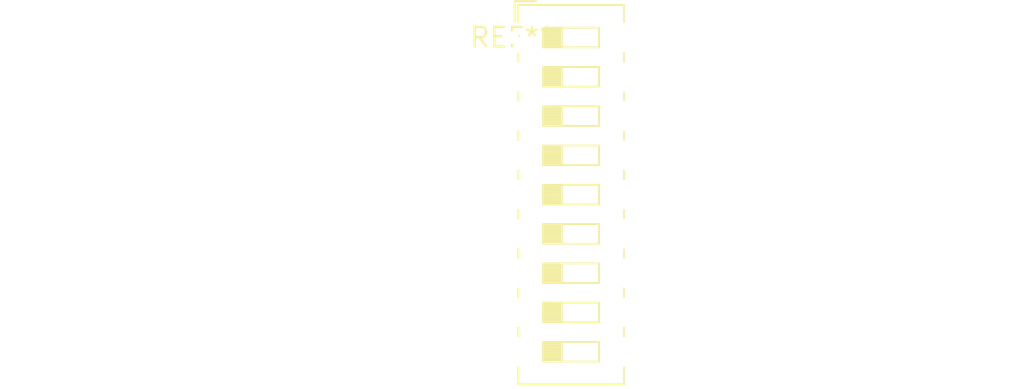
<source format=kicad_pcb>
(kicad_pcb (version 20240108) (generator pcbnew)
  (layers (0 "F.Cu" signal) (31 "B.Cu" signal) (34 "B.Paste" user) (35 "F.Paste" user) (36 "B.SilkS" user "B.Silkscreen") (37 "F.SilkS" user "F.Silkscreen") (38 "B.Mask" user) (39 "F.Mask" user) (44 "Edge.Cuts" user))
  (net 0 "")
  (footprint "SW_DIP_SPSTx09_Slide_6.7x24.42mm_W7.62mm_P2.54mm_LowProfile" (layer "F.Cu") (at 0 0)
    (property "Reference" "REF**")
    (property "Value" "SW_DIP_SPSTx09_Slide_6.7x24.42mm_W7.62mm_P2.54mm_LowProfile")
    (fp_line (start 0.16 -2.35) (end 0.16 -1.04) (layer "F.SilkS") (stroke (width 0.12)))
    (fp_line (start 0.16 -2.35) (end 1.543 -2.35) (layer "F.SilkS") (stroke (width 0.12)))
    (fp_line (start 0.4 -2.11) (end 0.4 -1.04) (layer "F.SilkS") (stroke (width 0.12)))
    (fp_line (start 0.4 -2.11) (end 7.221 -2.11) (layer "F.SilkS") (stroke (width 0.12)))
    (fp_line (start 0.4 1.04) (end 0.4 1.551) (layer "F.SilkS") (stroke (width 0.12)))
    (fp_line (start 0.4 3.53) (end 0.4 4.091) (layer "F.SilkS") (stroke (width 0.12)))
    (fp_line (start 0.4 6.07) (end 0.4 6.631) (layer "F.SilkS") (stroke (width 0.12)))
    (fp_line (start 0.4 8.61) (end 0.4 9.17) (layer "F.SilkS") (stroke (width 0.12)))
    (fp_line (start 0.4 11.15) (end 0.4 11.71) (layer "F.SilkS") (stroke (width 0.12)))
    (fp_line (start 0.4 13.69) (end 0.4 14.25) (layer "F.SilkS") (stroke (width 0.12)))
    (fp_line (start 0.4 16.23) (end 0.4 16.79) (layer "F.SilkS") (stroke (width 0.12)))
    (fp_line (start 0.4 18.77) (end 0.4 19.33) (layer "F.SilkS") (stroke (width 0.12)))
    (fp_line (start 0.4 21.31) (end 0.4 22.431) (layer "F.SilkS") (stroke (width 0.12)))
    (fp_line (start 0.4 22.431) (end 7.221 22.431) (layer "F.SilkS") (stroke (width 0.12)))
    (fp_line (start 2 -0.635) (end 2 0.635) (layer "F.SilkS") (stroke (width 0.12)))
    (fp_line (start 2 -0.515) (end 3.206667 -0.515) (layer "F.SilkS") (stroke (width 0.12)))
    (fp_line (start 2 -0.395) (end 3.206667 -0.395) (layer "F.SilkS") (stroke (width 0.12)))
    (fp_line (start 2 -0.275) (end 3.206667 -0.275) (layer "F.SilkS") (stroke (width 0.12)))
    (fp_line (start 2 -0.155) (end 3.206667 -0.155) (layer "F.SilkS") (stroke (width 0.12)))
    (fp_line (start 2 -0.035) (end 3.206667 -0.035) (layer "F.SilkS") (stroke (width 0.12)))
    (fp_line (start 2 0.085) (end 3.206667 0.085) (layer "F.SilkS") (stroke (width 0.12)))
    (fp_line (start 2 0.205) (end 3.206667 0.205) (layer "F.SilkS") (stroke (width 0.12)))
    (fp_line (start 2 0.325) (end 3.206667 0.325) (layer "F.SilkS") (stroke (width 0.12)))
    (fp_line (start 2 0.445) (end 3.206667 0.445) (layer "F.SilkS") (stroke (width 0.12)))
    (fp_line (start 2 0.565) (end 3.206667 0.565) (layer "F.SilkS") (stroke (width 0.12)))
    (fp_line (start 2 0.635) (end 5.62 0.635) (layer "F.SilkS") (stroke (width 0.12)))
    (fp_line (start 2 1.905) (end 2 3.175) (layer "F.SilkS") (stroke (width 0.12)))
    (fp_line (start 2 2.025) (end 3.206667 2.025) (layer "F.SilkS") (stroke (width 0.12)))
    (fp_line (start 2 2.145) (end 3.206667 2.145) (layer "F.SilkS") (stroke (width 0.12)))
    (fp_line (start 2 2.265) (end 3.206667 2.265) (layer "F.SilkS") (stroke (width 0.12)))
    (fp_line (start 2 2.385) (end 3.206667 2.385) (layer "F.SilkS") (stroke (width 0.12)))
    (fp_line (start 2 2.505) (end 3.206667 2.505) (layer "F.SilkS") (stroke (width 0.12)))
    (fp_line (start 2 2.625) (end 3.206667 2.625) (layer "F.SilkS") (stroke (width 0.12)))
    (fp_line (start 2 2.745) (end 3.206667 2.745) (layer "F.SilkS") (stroke (width 0.12)))
    (fp_line (start 2 2.865) (end 3.206667 2.865) (layer "F.SilkS") (stroke (width 0.12)))
    (fp_line (start 2 2.985) (end 3.206667 2.985) (layer "F.SilkS") (stroke (width 0.12)))
    (fp_line (start 2 3.105) (end 3.206667 3.105) (layer "F.SilkS") (stroke (width 0.12)))
    (fp_line (start 2 3.175) (end 5.62 3.175) (layer "F.SilkS") (stroke (width 0.12)))
    (fp_line (start 2 4.445) (end 2 5.715) (layer "F.SilkS") (stroke (width 0.12)))
    (fp_line (start 2 4.565) (end 3.206667 4.565) (layer "F.SilkS") (stroke (width 0.12)))
    (fp_line (start 2 4.685) (end 3.206667 4.685) (layer "F.SilkS") (stroke (width 0.12)))
    (fp_line (start 2 4.805) (end 3.206667 4.805) (layer "F.SilkS") (stroke (width 0.12)))
    (fp_line (start 2 4.925) (end 3.206667 4.925) (layer "F.SilkS") (stroke (width 0.12)))
    (fp_line (start 2 5.045) (end 3.206667 5.045) (layer "F.SilkS") (stroke (width 0.12)))
    (fp_line (start 2 5.165) (end 3.206667 5.165) (layer "F.SilkS") (stroke (width 0.12)))
    (fp_line (start 2 5.285) (end 3.206667 5.285) (layer "F.SilkS") (stroke (width 0.12)))
    (fp_line (start 2 5.405) (end 3.206667 5.405) (layer "F.SilkS") (stroke (width 0.12)))
    (fp_line (start 2 5.525) (end 3.206667 5.525) (layer "F.SilkS") (stroke (width 0.12)))
    (fp_line (start 2 5.645) (end 3.206667 5.645) (layer "F.SilkS") (stroke (width 0.12)))
    (fp_line (start 2 5.715) (end 5.62 5.715) (layer "F.SilkS") (stroke (width 0.12)))
    (fp_line (start 2 6.985) (end 2 8.255) (layer "F.SilkS") (stroke (width 0.12)))
    (fp_line (start 2 7.105) (end 3.206667 7.105) (layer "F.SilkS") (stroke (width 0.12)))
    (fp_line (start 2 7.225) (end 3.206667 7.225) (layer "F.SilkS") (stroke (width 0.12)))
    (fp_line (start 2 7.345) (end 3.206667 7.345) (layer "F.SilkS") (stroke (width 0.12)))
    (fp_line (start 2 7.465) (end 3.206667 7.465) (layer "F.SilkS") (stroke (width 0.12)))
    (fp_line (start 2 7.585) (end 3.206667 7.585) (layer "F.SilkS") (stroke (width 0.12)))
    (fp_line (start 2 7.705) (end 3.206667 7.705) (layer "F.SilkS") (stroke (width 0.12)))
    (fp_line (start 2 7.825) (end 3.206667 7.825) (layer "F.SilkS") (stroke (width 0.12)))
    (fp_line (start 2 7.945) (end 3.206667 7.945) (layer "F.SilkS") (stroke (width 0.12)))
    (fp_line (start 2 8.065) (end 3.206667 8.065) (layer "F.SilkS") (stroke (width 0.12)))
    (fp_line (start 2 8.185) (end 3.206667 8.185) (layer "F.SilkS") (stroke (width 0.12)))
    (fp_line (start 2 8.255) (end 5.62 8.255) (layer "F.SilkS") (stroke (width 0.12)))
    (fp_line (start 2 9.525) (end 2 10.795) (layer "F.SilkS") (stroke (width 0.12)))
    (fp_line (start 2 9.645) (end 3.206667 9.645) (layer "F.SilkS") (stroke (width 0.12)))
    (fp_line (start 2 9.765) (end 3.206667 9.765) (layer "F.SilkS") (stroke (width 0.12)))
    (fp_line (start 2 9.885) (end 3.206667 9.885) (layer "F.SilkS") (stroke (width 0.12)))
    (fp_line (start 2 10.005) (end 3.206667 10.005) (layer "F.SilkS") (stroke (width 0.12)))
    (fp_line (start 2 10.125) (end 3.206667 10.125) (layer "F.SilkS") (stroke (width 0.12)))
    (fp_line (start 2 10.245) (end 3.206667 10.245) (layer "F.SilkS") (stroke (width 0.12)))
    (fp_line (start 2 10.365) (end 3.206667 10.365) (layer "F.SilkS") (stroke (width 0.12)))
    (fp_line (start 2 10.485) (end 3.206667 10.485) (layer "F.SilkS") (stroke (width 0.12)))
    (fp_line (start 2 10.605) (end 3.206667 10.605) (layer "F.SilkS") (stroke (width 0.12)))
    (fp_line (start 2 10.725) (end 3.206667 10.725) (layer "F.SilkS") (stroke (width 0.12)))
    (fp_line (start 2 10.795) (end 5.62 10.795) (layer "F.SilkS") (stroke (width 0.12)))
    (fp_line (start 2 12.065) (end 2 13.335) (layer "F.SilkS") (stroke (width 0.12)))
    (fp_line (start 2 12.185) (end 3.206667 12.185) (layer "F.SilkS") (stroke (width 0.12)))
    (fp_line (start 2 12.305) (end 3.206667 12.305) (layer "F.SilkS") (stroke (width 0.12)))
    (fp_line (start 2 12.425) (end 3.206667 12.425) (layer "F.SilkS") (stroke (width 0.12)))
    (fp_line (start 2 12.545) (end 3.206667 12.545) (layer "F.SilkS") (stroke (width 0.12)))
    (fp_line (start 2 12.665) (end 3.206667 12.665) (layer "F.SilkS") (stroke (width 0.12)))
    (fp_line (start 2 12.785) (end 3.206667 12.785) (layer "F.SilkS") (stroke (width 0.12)))
    (fp_line (start 2 12.905) (end 3.206667 12.905) (layer "F.SilkS") (stroke (width 0.12)))
    (fp_line (start 2 13.025) (end 3.206667 13.025) (layer "F.SilkS") (stroke (width 0.12)))
    (fp_line (start 2 13.145) (end 3.206667 13.145) (layer "F.SilkS") (stroke (width 0.12)))
    (fp_line (start 2 13.265) (end 3.206667 13.265) (layer "F.SilkS") (stroke (width 0.12)))
    (fp_line (start 2 13.335) (end 5.62 13.335) (layer "F.SilkS") (stroke (width 0.12)))
    (fp_line (start 2 14.605) (end 2 15.875) (layer "F.SilkS") (stroke (width 0.12)))
    (fp_line (start 2 14.725) (end 3.206667 14.725) (layer "F.SilkS") (stroke (width 0.12)))
    (fp_line (start 2 14.845) (end 3.206667 14.845) (layer "F.SilkS") (stroke (width 0.12)))
    (fp_line (start 2 14.965) (end 3.206667 14.965) (layer "F.SilkS") (stroke (width 0.12)))
    (fp_line (start 2 15.085) (end 3.206667 15.085) (layer "F.SilkS") (stroke (width 0.12)))
    (fp_line (start 2 15.205) (end 3.206667 15.205) (layer "F.SilkS") (stroke (width 0.12)))
    (fp_line (start 2 15.325) (end 3.206667 15.325) (layer "F.SilkS") (stroke (width 0.12)))
    (fp_line (start 2 15.445) (end 3.206667 15.445) (layer "F.SilkS") (stroke (width 0.12)))
    (fp_line (start 2 15.565) (end 3.206667 15.565) (layer "F.SilkS") (stroke (width 0.12)))
    (fp_line (start 2 15.685) (end 3.206667 15.685) (layer "F.SilkS") (stroke (width 0.12)))
    (fp_line (start 2 15.805) (end 3.206667 15.805) (layer "F.SilkS") (stroke (width 0.12)))
    (fp_line (start 2 15.875) (end 5.62 15.875) (layer "F.SilkS") (stroke (width 0.12)))
    (fp_line (start 2 17.145) (end 2 18.415) (layer "F.SilkS") (stroke (width 0.12)))
    (fp_line (start 2 17.265) (end 3.206667 17.265) (layer "F.SilkS") (stroke (width 0.12)))
    (fp_line (start 2 17.385) (end 3.206667 17.385) (layer "F.SilkS") (stroke (width 0.12)))
    (fp_line (start 2 17.505) (end 3.206667 17.505) (layer "F.SilkS") (stroke (width 0.12)))
    (fp_line (start 2 17.625) (end 3.206667 17.625) (layer "F.SilkS") (stroke (width 0.12)))
    (fp_line (start 2 17.745) (end 3.206667 17.745) (layer "F.SilkS") (stroke (width 0.12)))
    (fp_line (start 2 17.865) (end 3.206667 17.865) (layer "F.SilkS") (stroke (width 0.12)))
    (fp_line (start 2 17.985) (end 3.206667 17.985) (layer "F.SilkS") (stroke (width 0.12)))
    (fp_line (start 2 18.105) (end 3.206667 18.105) (layer "F.SilkS") (stroke (width 0.12)))
    (fp_line (start 2 18.225) (end 3.206667 18.225) (layer "F.SilkS") (stroke (width 0.12)))
    (fp_line (start 2 18.345) (end 3.206667 18.345) (layer "F.SilkS") (stroke (width 0.12)))
    (fp_line (start 2 18.415) (end 5.62 18.415) (layer "F.SilkS") (stroke (width 0.12)))
    (fp_line (start 2 19.685) (end 2 20.955) (layer "F.SilkS") (stroke (width 0.12)))
    (fp_line (start 2 19.805) (end 3.206667 19.805) (layer "F.SilkS") (stroke (width 0.12)))
    (fp_line (start 2 19.925) (end 3.206667 19.925) (layer "F.SilkS") (stroke (width 0.12)))
    (fp_line (start 2 20.045) (end 3.206667 20.045) (layer "F.SilkS") (stroke (width 0.12)))
    (fp_line (start 2 20.165) (end 3.206667 20.165) (layer "F.SilkS") (stroke (width 0.12)))
    (fp_line (start 2 20.285) (end 3.206667 20.285) (layer "F.SilkS") (stroke (width 0.12)))
    (fp_line (start 2 20.405) (end 3.206667 20.405) (layer "F.SilkS") (stroke (width 0.12)))
    (fp_line (start 2 20.525) (end 3.206667 20.525) (layer "F.SilkS") (stroke (width 0.12)))
    (fp_line (start 2 20.645) (end 3.206667 20.645) (layer "F.SilkS") (stroke (width 0.12)))
    (fp_line (start 2 20.765) (end 3.206667 20.765) (layer "F.SilkS") (stroke (width 0.12)))
    (fp_line (start 2 20.885) (end 3.206667 20.885) (layer "F.SilkS") (stroke (width 0.12)))
    (fp_line (start 2 20.955) (end 5.62 20.955) (layer "F.SilkS") (stroke (width 0.12)))
    (fp_line (start 3.206667 -0.635) (end 3.206667 0.635) (layer "F.SilkS") (stroke (width 0.12)))
    (fp_line (start 3.206667 1.905) (end 3.206667 3.175) (layer "F.SilkS") (stroke (width 0.12)))
    (fp_line (start 3.206667 4.445) (end 3.206667 5.715) (layer "F.SilkS") (stroke (width 0.12)))
    (fp_line (start 3.206667 6.985) (end 3.206667 8.255) (layer "F.SilkS") (stroke (width 0.12)))
    (fp_line (start 3.206667 9.525) (end 3.206667 10.795) (layer "F.SilkS") (stroke (width 0.12)))
    (fp_line (start 3.206667 12.065) (end 3.206667 13.335) (layer "F.SilkS") (stroke (width 0.12)))
    (fp_line (start 3.206667 14.605) (end 3.206667 15.875) (layer "F.SilkS") (stroke (width 0.12)))
    (fp_line (start 3.206667 17.145) (end 3.206667 18.415) (layer "F.SilkS") (stroke (width 0.12)))
    (fp_line (start 3.206667 19.685) (end 3.206667 20.955) (layer "F.SilkS") (stroke (width 0.12)))
    (fp_line (start 5.62 -0.635) (end 2 -0.635) (layer "F.SilkS") (stroke (width 0.12)))
    (fp_line (start 5.62 0.635) (end 5.62 -0.635) (layer "F.SilkS") (stroke (width 0.12)))
    (fp_line (start 5.62 1.905) (end 2 1.905) (layer "F.SilkS") (stroke (width 0.12)))
    (fp_line (start 5.62 3.175) (end 5.62 1.905) (layer "F.SilkS") (stroke (width 0.12)))
    (fp_line (start 5.62 4.445) (end 2 4.445) (layer "F.SilkS") (stroke (width 0.12)))
    (fp_line (start 5.62 5.715) (end 5.62 4.445) (layer "F.SilkS") (stroke (width 0.12)))
    (fp_line (start 5.62 6.985) (end 2 6.985) (layer "F.SilkS") (stroke (width 0.12)))
    (fp_line (start 5.62 8.255) (end 5.62 6.985) (layer "F.SilkS") (stroke (width 0.12)))
    (fp_line (start 5.62 9.525) (end 2 9.525) (layer "F.SilkS") (stroke (width 0.12)))
    (fp_line (start 5.62 10.795) (end 5.62 9.525) (layer "F.SilkS") (stroke (width 0.12)))
    (fp_line (start 5.62 12.065) (end 2 12.065) (layer "F.SilkS") (stroke (width 0.12)))
    (fp_line (start 5.62 13.335) (end 5.62 12.065) (layer "F.SilkS") (stroke (width 0.12)))
    (fp_line (start 5.62 14.605) (end 2 14.605) (layer "F.SilkS") (stroke (width 0.12)))
    (fp_line (start 5.62 15.875) (end 5.62 14.605) (layer "F.SilkS") (stroke (width 0.12)))
    (fp_line (start 5.62 17.145) (end 2 17.145) (layer "F.SilkS") (stroke (width 0.12)))
    (fp_line (start 5.62 18.415) (end 5.62 17.145) (layer "F.SilkS") (stroke (width 0.12)))
    (fp_line (start 5.62 19.685) (end 2 19.685) (layer "F.SilkS") (stroke (width 0.12)))
    (fp_line (start 5.62 20.955) (end 5.62 19.685) (layer "F.SilkS") (stroke (width 0.12)))
    (fp_line (start 7.221 -2.11) (end 7.221 -0.99) (layer "F.SilkS") (stroke (width 0.12)))
    (fp_line (start 7.221 0.991) (end 7.221 1.551) (layer "F.SilkS") (stroke (width 0.12)))
    (fp_line (start 7.221 3.531) (end 7.221 4.091) (layer "F.SilkS") (stroke (width 0.12)))
    (fp_line (start 7.221 6.071) (end 7.221 6.631) (layer "F.SilkS") (stroke (width 0.12)))
    (fp_line (start 7.221 8.611) (end 7.221 9.171) (layer "F.SilkS") (stroke (width 0.12)))
    (fp_line (start 7.221 11.151) (end 7.221 11.711) (layer "F.SilkS") (stroke (width 0.12)))
    (fp_line (start 7.221 13.691) (end 7.221 14.251) (layer "F.SilkS") (stroke (width 0.12)))
    (fp_line (start 7.221 16.231) (end 7.221 16.79) (layer "F.SilkS") (stroke (width 0.12)))
    (fp_line (start 7.221 18.771) (end 7.221 19.33) (layer "F.SilkS") (stroke (width 0.12)))
    (fp_line (start 7.221 21.311) (end 7.221 22.431) (layer "F.SilkS") (stroke (width 0.12)))
    (pad "1" thru_hole rect (at 0 0) (size 1.6 1.6) (drill 0.8) (layers *.Cu *.Mask) (remove_unused_layers))
    (pad "2" thru_hole oval (at 0 2.54) (size 1.6 1.6) (drill 0.8) (layers *.Cu *.Mask) (remove_unused_layers))
    (pad "3" thru_hole oval (at 0 5.08) (size 1.6 1.6) (drill 0.8) (layers *.Cu *.Mask) (remove_unused_layers))
    (pad "4" thru_hole oval (at 0 7.62) (size 1.6 1.6) (drill 0.8) (layers *.Cu *.Mask) (remove_unused_layers))
    (pad "5" thru_hole oval (at 0 10.16) (size 1.6 1.6) (drill 0.8) (layers *.Cu *.Mask) (remove_unused_layers))
    (pad "6" thru_hole oval (at 0 12.7) (size 1.6 1.6) (drill 0.8) (layers *.Cu *.Mask) (remove_unused_layers))
    (pad "7" thru_hole oval (at 0 15.24) (size 1.6 1.6) (drill 0.8) (layers *.Cu *.Mask) (remove_unused_layers))
    (pad "8" thru_hole oval (at 0 17.78) (size 1.6 1.6) (drill 0.8) (layers *.Cu *.Mask) (remove_unused_layers))
    (pad "9" thru_hole oval (at 0 20.32) (size 1.6 1.6) (drill 0.8) (layers *.Cu *.Mask) (remove_unused_layers))
    (pad "10" thru_hole oval (at 7.62 20.32) (size 1.6 1.6) (drill 0.8) (layers *.Cu *.Mask) (remove_unused_layers))
    (pad "11" thru_hole oval (at 7.62 17.78) (size 1.6 1.6) (drill 0.8) (layers *.Cu *.Mask) (remove_unused_layers))
    (pad "12" thru_hole oval (at 7.62 15.24) (size 1.6 1.6) (drill 0.8) (layers *.Cu *.Mask) (remove_unused_layers))
    (pad "13" thru_hole oval (at 7.62 12.7) (size 1.6 1.6) (drill 0.8) (layers *.Cu *.Mask) (remove_unused_layers))
    (pad "14" thru_hole oval (at 7.62 10.16) (size 1.6 1.6) (drill 0.8) (layers *.Cu *.Mask) (remove_unused_layers))
    (pad "15" thru_hole oval (at 7.62 7.62) (size 1.6 1.6) (drill 0.8) (layers *.Cu *.Mask) (remove_unused_layers))
    (pad "16" thru_hole oval (at 7.62 5.08) (size 1.6 1.6) (drill 0.8) (layers *.Cu *.Mask) (remove_unused_layers))
    (pad "17" thru_hole oval (at 7.62 2.54) (size 1.6 1.6) (drill 0.8) (layers *.Cu *.Mask) (remove_unused_layers))
    (pad "18" thru_hole oval (at 7.62 0) (size 1.6 1.6) (drill 0.8) (layers *.Cu *.Mask) (remove_unused_layers))
  )
)
</source>
